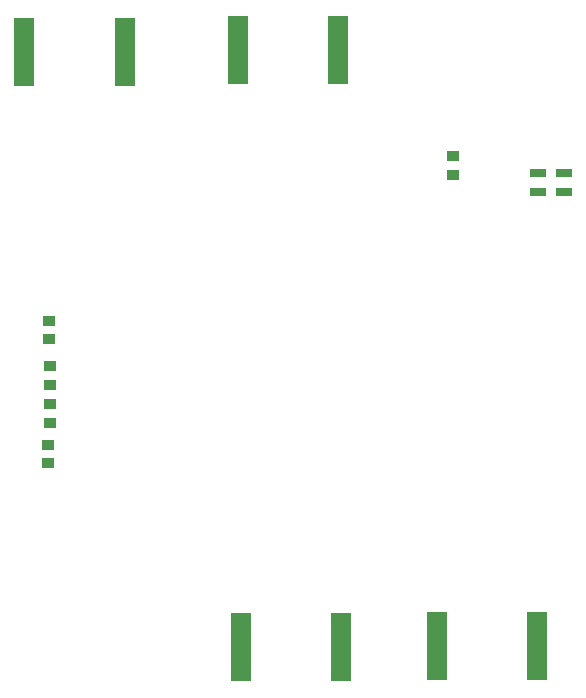
<source format=gbp>
G04*
G04 #@! TF.GenerationSoftware,Altium Limited,Altium Designer,21.1.1 (26)*
G04*
G04 Layer_Color=128*
%FSLAX43Y43*%
%MOMM*%
G71*
G04*
G04 #@! TF.SameCoordinates,7D77D7A2-79D2-47A9-8A17-8AFE765D4546*
G04*
G04*
G04 #@! TF.FilePolarity,Positive*
G04*
G01*
G75*
%ADD17R,1.702X5.842*%
%ADD22R,1.020X0.940*%
%ADD71R,1.400X0.800*%
G54D17*
X56753Y3525D02*
D03*
X48244D02*
D03*
X31406Y53943D02*
D03*
X39915D02*
D03*
X21803Y53825D02*
D03*
X13294D02*
D03*
X40153Y3450D02*
D03*
X31644D02*
D03*
G54D22*
X15420Y31070D02*
D03*
Y29490D02*
D03*
X15510Y27220D02*
D03*
Y25640D02*
D03*
X15490Y24000D02*
D03*
Y22420D02*
D03*
X15350Y20570D02*
D03*
Y18990D02*
D03*
X49610Y45020D02*
D03*
Y43440D02*
D03*
G54D71*
X58990Y43530D02*
D03*
X56790D02*
D03*
Y41930D02*
D03*
X58990D02*
D03*
M02*

</source>
